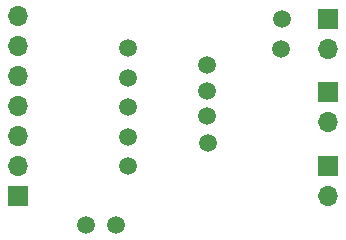
<source format=gbr>
%TF.GenerationSoftware,KiCad,Pcbnew,(6.0.7)*%
%TF.CreationDate,2022-10-19T11:36:30-04:00*%
%TF.ProjectId,SPItoCAN,53504974-6f43-4414-9e2e-6b696361645f,rev?*%
%TF.SameCoordinates,Original*%
%TF.FileFunction,Soldermask,Bot*%
%TF.FilePolarity,Negative*%
%FSLAX46Y46*%
G04 Gerber Fmt 4.6, Leading zero omitted, Abs format (unit mm)*
G04 Created by KiCad (PCBNEW (6.0.7)) date 2022-10-19 11:36:30*
%MOMM*%
%LPD*%
G01*
G04 APERTURE LIST*
%ADD10C,1.500000*%
%ADD11R,1.700000X1.700000*%
%ADD12O,1.700000X1.700000*%
G04 APERTURE END LIST*
D10*
%TO.C,GND*%
X20500000Y-32500000D03*
%TD*%
%TO.C,VCC*%
X23000000Y-32500000D03*
%TD*%
%TO.C,SO*%
X24000000Y-25000000D03*
%TD*%
%TO.C,CS*%
X24000000Y-27500000D03*
%TD*%
%TO.C,SI*%
X24000000Y-22500000D03*
%TD*%
%TO.C,SCK*%
X24000000Y-20000000D03*
%TD*%
%TO.C,OSC+*%
X30734000Y-18923000D03*
%TD*%
%TO.C,OSC-*%
X30759400Y-21082000D03*
%TD*%
%TO.C,INT*%
X24000000Y-17500000D03*
%TD*%
%TO.C,RXCAN*%
X30759400Y-23215600D03*
%TD*%
%TO.C,TXCAN*%
X30784800Y-25527000D03*
%TD*%
%TO.C,CANH*%
X37100000Y-15000000D03*
%TD*%
%TO.C,CANL*%
X37000000Y-17600000D03*
%TD*%
D11*
%TO.C,J4*%
X14750000Y-30000000D03*
D12*
X14750000Y-27460000D03*
X14750000Y-24920000D03*
X14750000Y-22380000D03*
X14750000Y-19840000D03*
X14750000Y-17300000D03*
X14750000Y-14760000D03*
%TD*%
D11*
%TO.C,J3*%
X41000000Y-21225000D03*
D12*
X41000000Y-23765000D03*
%TD*%
D11*
%TO.C,J2*%
X41000000Y-15000000D03*
D12*
X41000000Y-17540000D03*
%TD*%
D11*
%TO.C,J1*%
X41000000Y-27475000D03*
D12*
X41000000Y-30015000D03*
%TD*%
M02*

</source>
